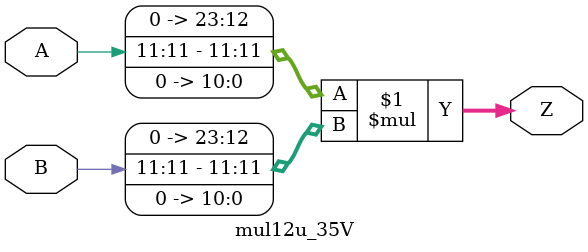
<source format=v>
module mul12u_35V(	// file.cleaned.mlir:2:3
  input  [11:0] A,	// file.cleaned.mlir:2:28
                B,	// file.cleaned.mlir:2:41
  output [23:0] Z	// file.cleaned.mlir:2:55
);

  assign Z = {12'h0, A[11], 11'h0} * {12'h0, B[11], 11'h0};	// file.cleaned.mlir:3:15, :4:15, :5:10, :6:10, :7:10, :8:10, :9:10, :10:5
endmodule


</source>
